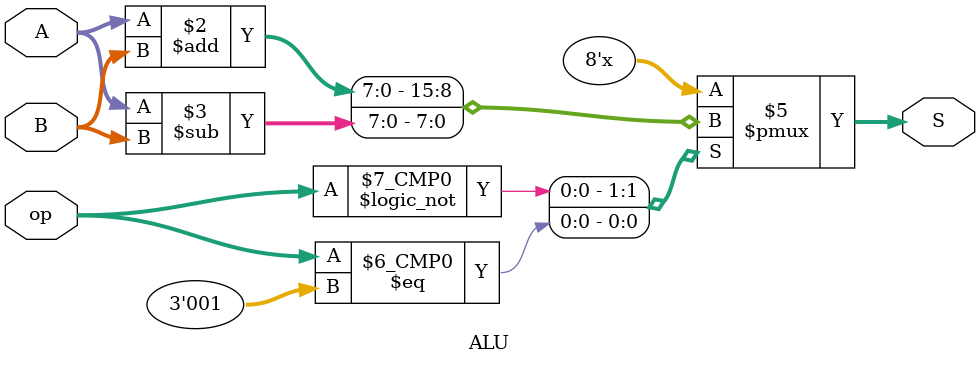
<source format=v>
module ALU(
    input [7:0]A,
    input [7:0]B,
    input [2:0]op,
    output reg [7:0]S //??always???reg???
);
    always@(*)//?????????????
    begin
      case(op)
        3'b000:S = A + B; //?op?000???
        3'b001:S = A - B; //?op?001???
        default:S = 8'bx; //?op????????
      endcase
    end  
endmodule

</source>
